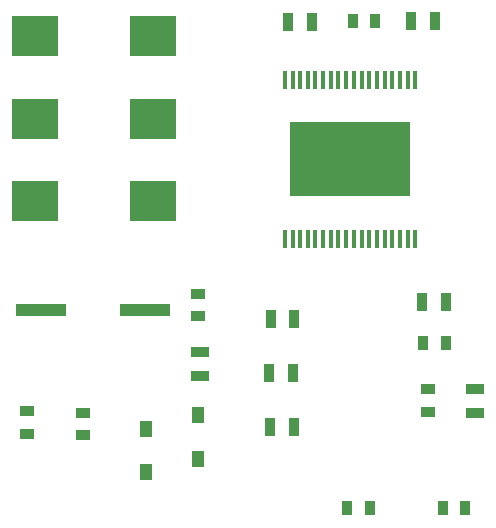
<source format=gbr>
%FSTAX23Y23*%
%MOIN*%
%SFA1B1*%

%IPPOS*%
%ADD19R,0.157480X0.133858*%
%ADD20R,0.033465X0.059055*%
%ADD21R,0.035433X0.051181*%
%ADD22R,0.401574X0.248031*%
%ADD23R,0.017323X0.059055*%
%ADD24R,0.059055X0.033465*%
%ADD25R,0.043307X0.055118*%
%ADD26R,0.051181X0.035433*%
%ADD27R,0.165354X0.043307*%
%LNpcb1_paste_top-1*%
%LPD*%
G54D19*
X00468Y02082D03*
X00861D03*
Y01807D03*
X00468D03*
X00861Y02357D03*
X00468D03*
G54D20*
X01389Y02405D03*
X0131D03*
X018Y02408D03*
X01721D03*
X01756Y0147D03*
X01835D03*
X0133Y01055D03*
X01251D03*
X01331Y01415D03*
X01252D03*
X01327Y01234D03*
X01248D03*
G54D21*
X016Y02407D03*
X01525D03*
X01835Y01335D03*
X0176D03*
X01507Y00785D03*
X01582D03*
X01825D03*
X019D03*
G54D22*
X01517Y01947D03*
G54D23*
X01299Y02212D03*
X01325D03*
X0135D03*
X01376D03*
X01401D03*
X01427D03*
X01453D03*
X01478D03*
X01504D03*
X01529D03*
X01555D03*
X01581D03*
X01606D03*
X01632D03*
X01657D03*
X01683D03*
X01709D03*
X01734D03*
X01299Y01681D03*
X01325D03*
X0135D03*
X01376D03*
X01401D03*
X01427D03*
X01453D03*
X01478D03*
X01504D03*
X01529D03*
X01555D03*
X01581D03*
X01606D03*
X01632D03*
X01657D03*
X01683D03*
X01709D03*
X01734D03*
G54D24*
X01934Y01101D03*
Y0118D03*
X01015Y01303D03*
Y01225D03*
G54D25*
X00835Y01048D03*
Y00905D03*
X01011Y01093D03*
Y00949D03*
G54D26*
X0044Y01032D03*
Y01107D03*
X01775Y0118D03*
Y01105D03*
X0101Y01425D03*
Y01499D03*
X00625Y01027D03*
Y01102D03*
G54D27*
X00834Y01445D03*
X00487D03*
M02*
</source>
